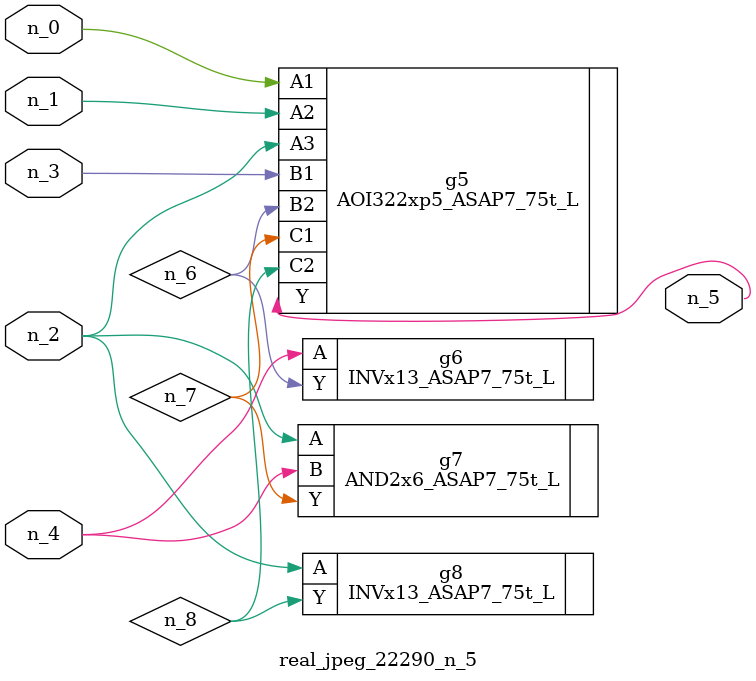
<source format=v>
module real_jpeg_22290_n_5 (n_4, n_0, n_1, n_2, n_3, n_5);

input n_4;
input n_0;
input n_1;
input n_2;
input n_3;

output n_5;

wire n_8;
wire n_6;
wire n_7;

AOI322xp5_ASAP7_75t_L g5 ( 
.A1(n_0),
.A2(n_1),
.A3(n_2),
.B1(n_3),
.B2(n_6),
.C1(n_7),
.C2(n_8),
.Y(n_5)
);

AND2x6_ASAP7_75t_L g7 ( 
.A(n_2),
.B(n_4),
.Y(n_7)
);

INVx13_ASAP7_75t_L g8 ( 
.A(n_2),
.Y(n_8)
);

INVx13_ASAP7_75t_L g6 ( 
.A(n_4),
.Y(n_6)
);


endmodule
</source>
